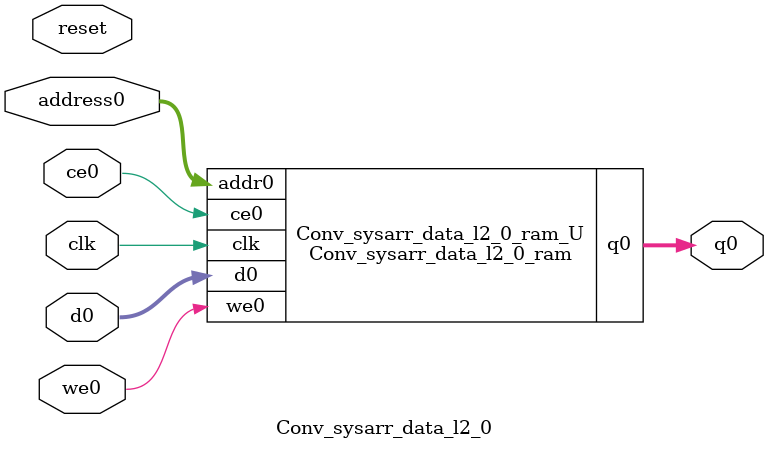
<source format=v>
`timescale 1 ns / 1 ps
module Conv_sysarr_data_l2_0_ram (addr0, ce0, d0, we0, q0,  clk);

parameter DWIDTH = 8;
parameter AWIDTH = 10;
parameter MEM_SIZE = 1024;

input[AWIDTH-1:0] addr0;
input ce0;
input[DWIDTH-1:0] d0;
input we0;
output reg[DWIDTH-1:0] q0;
input clk;

(* ram_style = "block" *)reg [DWIDTH-1:0] ram[0:MEM_SIZE-1];




always @(posedge clk)  
begin 
    if (ce0) begin
        if (we0) 
            ram[addr0] <= d0; 
        q0 <= ram[addr0];
    end
end


endmodule

`timescale 1 ns / 1 ps
module Conv_sysarr_data_l2_0(
    reset,
    clk,
    address0,
    ce0,
    we0,
    d0,
    q0);

parameter DataWidth = 32'd8;
parameter AddressRange = 32'd1024;
parameter AddressWidth = 32'd10;
input reset;
input clk;
input[AddressWidth - 1:0] address0;
input ce0;
input we0;
input[DataWidth - 1:0] d0;
output[DataWidth - 1:0] q0;



Conv_sysarr_data_l2_0_ram Conv_sysarr_data_l2_0_ram_U(
    .clk( clk ),
    .addr0( address0 ),
    .ce0( ce0 ),
    .we0( we0 ),
    .d0( d0 ),
    .q0( q0 ));

endmodule


</source>
